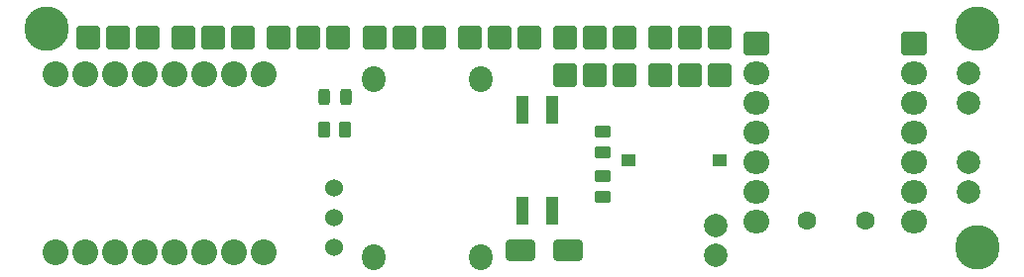
<source format=gbr>
%TF.GenerationSoftware,KiCad,Pcbnew,8.0.4*%
%TF.CreationDate,2024-09-16T16:39:04-03:00*%
%TF.ProjectId,Mini-C3,4d696e69-2d43-4332-9e6b-696361645f70,rev?*%
%TF.SameCoordinates,Original*%
%TF.FileFunction,Soldermask,Top*%
%TF.FilePolarity,Negative*%
%FSLAX46Y46*%
G04 Gerber Fmt 4.6, Leading zero omitted, Abs format (unit mm)*
G04 Created by KiCad (PCBNEW 8.0.4) date 2024-09-16 16:39:04*
%MOMM*%
%LPD*%
G01*
G04 APERTURE LIST*
G04 Aperture macros list*
%AMRoundRect*
0 Rectangle with rounded corners*
0 $1 Rounding radius*
0 $2 $3 $4 $5 $6 $7 $8 $9 X,Y pos of 4 corners*
0 Add a 4 corners polygon primitive as box body*
4,1,4,$2,$3,$4,$5,$6,$7,$8,$9,$2,$3,0*
0 Add four circle primitives for the rounded corners*
1,1,$1+$1,$2,$3*
1,1,$1+$1,$4,$5*
1,1,$1+$1,$6,$7*
1,1,$1+$1,$8,$9*
0 Add four rect primitives between the rounded corners*
20,1,$1+$1,$2,$3,$4,$5,0*
20,1,$1+$1,$4,$5,$6,$7,0*
20,1,$1+$1,$6,$7,$8,$9,0*
20,1,$1+$1,$8,$9,$2,$3,0*%
G04 Aperture macros list end*
%ADD10C,2.000000*%
%ADD11RoundRect,0.250000X0.750000X0.750000X-0.750000X0.750000X-0.750000X-0.750000X0.750000X-0.750000X0*%
%ADD12R,1.250000X1.000000*%
%ADD13RoundRect,0.250000X-1.000000X-0.650000X1.000000X-0.650000X1.000000X0.650000X-1.000000X0.650000X0*%
%ADD14C,1.600000*%
%ADD15C,3.800000*%
%ADD16O,2.000000X2.200000*%
%ADD17RoundRect,0.250000X-0.450000X0.262500X-0.450000X-0.262500X0.450000X-0.262500X0.450000X0.262500X0*%
%ADD18RoundRect,0.250000X-0.850000X-0.750000X0.850000X-0.750000X0.850000X0.750000X-0.850000X0.750000X0*%
%ADD19O,2.200000X2.000000*%
%ADD20RoundRect,0.250000X0.450000X-0.262500X0.450000X0.262500X-0.450000X0.262500X-0.450000X-0.262500X0*%
%ADD21RoundRect,0.250000X-0.262500X-0.450000X0.262500X-0.450000X0.262500X0.450000X-0.262500X0.450000X0*%
%ADD22RoundRect,0.243750X-0.243750X-0.456250X0.243750X-0.456250X0.243750X0.456250X-0.243750X0.456250X0*%
%ADD23C,2.204000*%
%ADD24R,1.120000X2.440000*%
%ADD25C,1.524000*%
G04 APERTURE END LIST*
D10*
%TO.C,J4*%
X189350000Y-93585000D03*
X189350000Y-96125000D03*
%TD*%
D11*
%TO.C,J12*%
X168093335Y-82900000D03*
X165553335Y-82900000D03*
X163013335Y-82900000D03*
%TD*%
%TO.C,J6*%
X143663334Y-82900000D03*
X141123334Y-82900000D03*
X138583334Y-82900000D03*
%TD*%
D12*
%TO.C,SW2*%
X168075000Y-93400000D03*
X160325000Y-93400000D03*
%TD*%
D11*
%TO.C,J11*%
X168093335Y-86087500D03*
X165553335Y-86087500D03*
X163013335Y-86087500D03*
%TD*%
%TO.C,J3*%
X159950000Y-86087500D03*
X157410000Y-86087500D03*
X154870000Y-86087500D03*
%TD*%
D13*
%TO.C,D1*%
X151100000Y-101100000D03*
X155100000Y-101100000D03*
%TD*%
D14*
%TO.C,C1*%
X180500000Y-98500000D03*
X175500000Y-98500000D03*
%TD*%
D10*
%TO.C,J1*%
X167725000Y-98930000D03*
X167725000Y-101470000D03*
%TD*%
D15*
%TO.C,H1*%
X190100000Y-82100000D03*
%TD*%
D16*
%TO.C,U3*%
X138560000Y-101700000D03*
X147700000Y-101700000D03*
X147700000Y-86460000D03*
X138560000Y-86460000D03*
%TD*%
D17*
%TO.C,R2*%
X158100000Y-94687500D03*
X158100000Y-96512500D03*
%TD*%
D11*
%TO.C,J2*%
X159950000Y-82900000D03*
X157410000Y-82900000D03*
X154870000Y-82900000D03*
%TD*%
%TO.C,J7*%
X135520001Y-82900000D03*
X132980001Y-82900000D03*
X130440001Y-82900000D03*
%TD*%
D18*
%TO.C,U1*%
X171250000Y-83410000D03*
D19*
X171250000Y-98650000D03*
D18*
X184650000Y-83410000D03*
D19*
X171250000Y-85950000D03*
X171250000Y-88490000D03*
X171250000Y-91030000D03*
X171250000Y-93570000D03*
X171250000Y-96110000D03*
X184650000Y-85950000D03*
X184650000Y-88490000D03*
X184650000Y-91030000D03*
X184650000Y-98650000D03*
X184650000Y-93570000D03*
X184650000Y-96110000D03*
%TD*%
D20*
%TO.C,R1*%
X158100000Y-92712500D03*
X158100000Y-90887500D03*
%TD*%
D15*
%TO.C,H2*%
X190100000Y-100800000D03*
%TD*%
D21*
%TO.C,R13*%
X134266880Y-90750000D03*
X136091880Y-90750000D03*
%TD*%
D15*
%TO.C,H3*%
X110600000Y-82100000D03*
%TD*%
D11*
%TO.C,J8*%
X127376668Y-82900000D03*
X124836668Y-82900000D03*
X122296668Y-82900000D03*
%TD*%
D22*
%TO.C,D2*%
X134261880Y-87985940D03*
X136136880Y-87985940D03*
%TD*%
D11*
%TO.C,J9*%
X119233335Y-82900000D03*
X116693335Y-82900000D03*
X114153335Y-82900000D03*
%TD*%
D10*
%TO.C,J5*%
X189350000Y-85885000D03*
X189350000Y-88425000D03*
%TD*%
D23*
%TO.C,U2*%
X129110000Y-86050000D03*
X126570000Y-86050000D03*
X124030000Y-86050000D03*
X121490000Y-86050000D03*
X116410000Y-86050000D03*
X118950000Y-86050000D03*
X111330000Y-101290000D03*
X111330000Y-86050000D03*
X113870000Y-101290000D03*
X116410000Y-101290000D03*
X118950000Y-101290000D03*
X121490000Y-101290000D03*
X124030000Y-101290000D03*
X126570000Y-101290000D03*
X129110000Y-101290000D03*
X113870000Y-86050000D03*
%TD*%
D11*
%TO.C,J10*%
X151806667Y-82900000D03*
X149266667Y-82900000D03*
X146726667Y-82900000D03*
%TD*%
D24*
%TO.C,SW3*%
X153770000Y-89095000D03*
X151230000Y-89095000D03*
X151230000Y-97705000D03*
X153770000Y-97705000D03*
%TD*%
D25*
%TO.C,SW1*%
X135150000Y-100810000D03*
X135150000Y-98270000D03*
X135150000Y-95730000D03*
%TD*%
M02*

</source>
